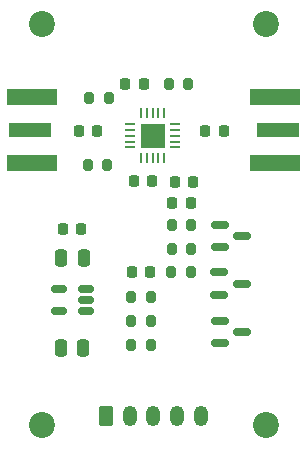
<source format=gbr>
%TF.GenerationSoftware,KiCad,Pcbnew,(6.0.1)*%
%TF.CreationDate,2022-02-11T18:20:56+00:00*%
%TF.ProjectId,PE4302,50453433-3032-42e6-9b69-6361645f7063,rev?*%
%TF.SameCoordinates,Original*%
%TF.FileFunction,Soldermask,Top*%
%TF.FilePolarity,Negative*%
%FSLAX46Y46*%
G04 Gerber Fmt 4.6, Leading zero omitted, Abs format (unit mm)*
G04 Created by KiCad (PCBNEW (6.0.1)) date 2022-02-11 18:20:56*
%MOMM*%
%LPD*%
G01*
G04 APERTURE LIST*
G04 Aperture macros list*
%AMRoundRect*
0 Rectangle with rounded corners*
0 $1 Rounding radius*
0 $2 $3 $4 $5 $6 $7 $8 $9 X,Y pos of 4 corners*
0 Add a 4 corners polygon primitive as box body*
4,1,4,$2,$3,$4,$5,$6,$7,$8,$9,$2,$3,0*
0 Add four circle primitives for the rounded corners*
1,1,$1+$1,$2,$3*
1,1,$1+$1,$4,$5*
1,1,$1+$1,$6,$7*
1,1,$1+$1,$8,$9*
0 Add four rect primitives between the rounded corners*
20,1,$1+$1,$2,$3,$4,$5,0*
20,1,$1+$1,$4,$5,$6,$7,0*
20,1,$1+$1,$6,$7,$8,$9,0*
20,1,$1+$1,$8,$9,$2,$3,0*%
G04 Aperture macros list end*
%ADD10R,3.600000X1.270000*%
%ADD11R,4.200000X1.350000*%
%ADD12RoundRect,0.250000X-0.350000X-0.625000X0.350000X-0.625000X0.350000X0.625000X-0.350000X0.625000X0*%
%ADD13O,1.200000X1.750000*%
%ADD14C,2.200000*%
%ADD15RoundRect,0.150000X0.512500X0.150000X-0.512500X0.150000X-0.512500X-0.150000X0.512500X-0.150000X0*%
%ADD16RoundRect,0.200000X-0.200000X-0.275000X0.200000X-0.275000X0.200000X0.275000X-0.200000X0.275000X0*%
%ADD17RoundRect,0.200000X0.200000X0.275000X-0.200000X0.275000X-0.200000X-0.275000X0.200000X-0.275000X0*%
%ADD18RoundRect,0.250000X-0.250000X-0.475000X0.250000X-0.475000X0.250000X0.475000X-0.250000X0.475000X0*%
%ADD19RoundRect,0.225000X0.225000X0.250000X-0.225000X0.250000X-0.225000X-0.250000X0.225000X-0.250000X0*%
%ADD20RoundRect,0.225000X-0.225000X-0.250000X0.225000X-0.250000X0.225000X0.250000X-0.225000X0.250000X0*%
%ADD21RoundRect,0.150000X-0.587500X-0.150000X0.587500X-0.150000X0.587500X0.150000X-0.587500X0.150000X0*%
%ADD22RoundRect,0.062500X-0.350000X-0.062500X0.350000X-0.062500X0.350000X0.062500X-0.350000X0.062500X0*%
%ADD23RoundRect,0.062500X-0.062500X-0.350000X0.062500X-0.350000X0.062500X0.350000X-0.062500X0.350000X0*%
%ADD24R,2.000000X2.000000*%
%ADD25RoundRect,0.250000X0.250000X0.475000X-0.250000X0.475000X-0.250000X-0.475000X0.250000X-0.475000X0*%
G04 APERTURE END LIST*
D10*
%TO.C,J2*%
X123000000Y-112000000D03*
D11*
X122800000Y-114825000D03*
X122800000Y-109175000D03*
%TD*%
D12*
%TO.C,J3*%
X108471200Y-136203600D03*
D13*
X110471200Y-136203600D03*
X112471200Y-136203600D03*
X114471200Y-136203600D03*
X116471200Y-136203600D03*
%TD*%
D14*
%TO.C,H3*%
X122000000Y-137000000D03*
%TD*%
D15*
%TO.C,U2*%
X106753000Y-127355600D03*
X106753000Y-126405600D03*
X106753000Y-125455600D03*
X104478000Y-125455600D03*
X104478000Y-127355600D03*
%TD*%
D16*
%TO.C,R9*%
X113754400Y-108077000D03*
X115404400Y-108077000D03*
%TD*%
D17*
%TO.C,R1*%
X112257100Y-130164800D03*
X110607100Y-130164800D03*
%TD*%
D16*
%TO.C,R5*%
X114008400Y-122072400D03*
X115658400Y-122072400D03*
%TD*%
D18*
%TO.C,C3*%
X104602300Y-130469600D03*
X106502300Y-130469600D03*
%TD*%
D10*
%TO.C,J1*%
X102000000Y-112000000D03*
D11*
X102200000Y-109175000D03*
X102200000Y-114825000D03*
%TD*%
D14*
%TO.C,H4*%
X103000000Y-137000000D03*
%TD*%
%TO.C,H1*%
X122000000Y-103000000D03*
%TD*%
D16*
%TO.C,R4*%
X113983000Y-123977400D03*
X115633000Y-123977400D03*
%TD*%
D19*
%TO.C,C9*%
X106339700Y-120360400D03*
X104789700Y-120360400D03*
%TD*%
%TO.C,C1*%
X107709000Y-112039400D03*
X106159000Y-112039400D03*
%TD*%
D16*
%TO.C,R6*%
X114008400Y-120065800D03*
X115658400Y-120065800D03*
%TD*%
D19*
%TO.C,C6*%
X112382600Y-116306600D03*
X110832600Y-116306600D03*
%TD*%
D20*
%TO.C,C8*%
X110096000Y-108077000D03*
X111646000Y-108077000D03*
%TD*%
D21*
%TO.C,Q2*%
X118061500Y-124043400D03*
X118061500Y-125943400D03*
X119936500Y-124993400D03*
%TD*%
D17*
%TO.C,R3*%
X112234000Y-126166800D03*
X110584000Y-126166800D03*
%TD*%
%TO.C,R7*%
X108571800Y-114960400D03*
X106921800Y-114960400D03*
%TD*%
D16*
%TO.C,R8*%
X107023400Y-109296200D03*
X108673400Y-109296200D03*
%TD*%
D22*
%TO.C,U1*%
X110457500Y-111471200D03*
X110457500Y-111971200D03*
X110457500Y-112471200D03*
X110457500Y-112971200D03*
X110457500Y-113471200D03*
D23*
X111395000Y-114408700D03*
X111895000Y-114408700D03*
X112395000Y-114408700D03*
X112895000Y-114408700D03*
X113395000Y-114408700D03*
D22*
X114332500Y-113471200D03*
X114332500Y-112971200D03*
X114332500Y-112471200D03*
X114332500Y-111971200D03*
X114332500Y-111471200D03*
D23*
X113395000Y-110533700D03*
X112895000Y-110533700D03*
X112395000Y-110533700D03*
X111895000Y-110533700D03*
X111395000Y-110533700D03*
D24*
X112395000Y-112471200D03*
%TD*%
D20*
%TO.C,C5*%
X114058400Y-118186200D03*
X115608400Y-118186200D03*
%TD*%
D14*
%TO.C,H2*%
X103000000Y-103000000D03*
%TD*%
D25*
%TO.C,C4*%
X106565500Y-122798800D03*
X104665500Y-122798800D03*
%TD*%
D19*
%TO.C,C2*%
X118427800Y-112074800D03*
X116877800Y-112074800D03*
%TD*%
D20*
%TO.C,C10*%
X110629400Y-123977400D03*
X112179400Y-123977400D03*
%TD*%
D21*
%TO.C,Q1*%
X118086900Y-128163200D03*
X118086900Y-130063200D03*
X119961900Y-129113200D03*
%TD*%
D17*
%TO.C,R2*%
X112231700Y-128158200D03*
X110581700Y-128158200D03*
%TD*%
D21*
%TO.C,Q3*%
X118086900Y-120009800D03*
X118086900Y-121909800D03*
X119961900Y-120959800D03*
%TD*%
D20*
%TO.C,C7*%
X114287000Y-116357400D03*
X115837000Y-116357400D03*
%TD*%
M02*

</source>
